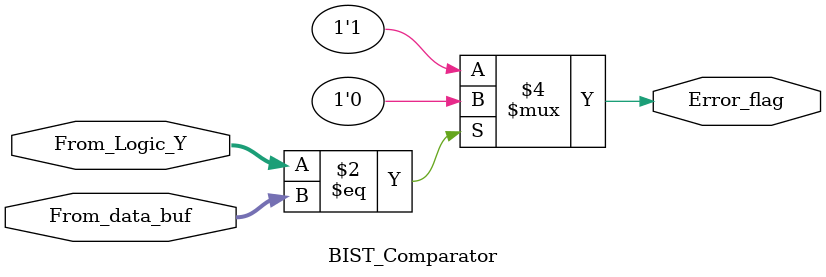
<source format=v>
`timescale 1ns / 1ps
module BIST_Comparator(
    input [3:0] From_Logic_Y,
    input [3:0] From_data_buf,
    output reg Error_flag
    );
	 
	 always @(*) begin
		if(From_Logic_Y == From_data_buf)
			Error_flag <= 0;
		else
			Error_flag <= 1;
	 end


endmodule

</source>
